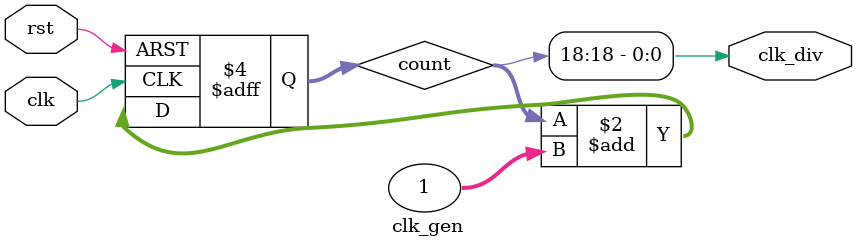
<source format=v>
`timescale 1ns / 1ps


module clk_gen(
    input clk,
    input rst,
    output clk_div
    );
    reg [32:0] count;
    
    initial
    begin
        count = 0;
    end
    
    assign clk_div = count[18];
    
    always@(posedge clk, posedge rst)
    begin
        if(rst)
            count <= 0; //Reset counter if rst is high
        else
            count <= count + 1; //Increment the counter
    end
endmodule

</source>
